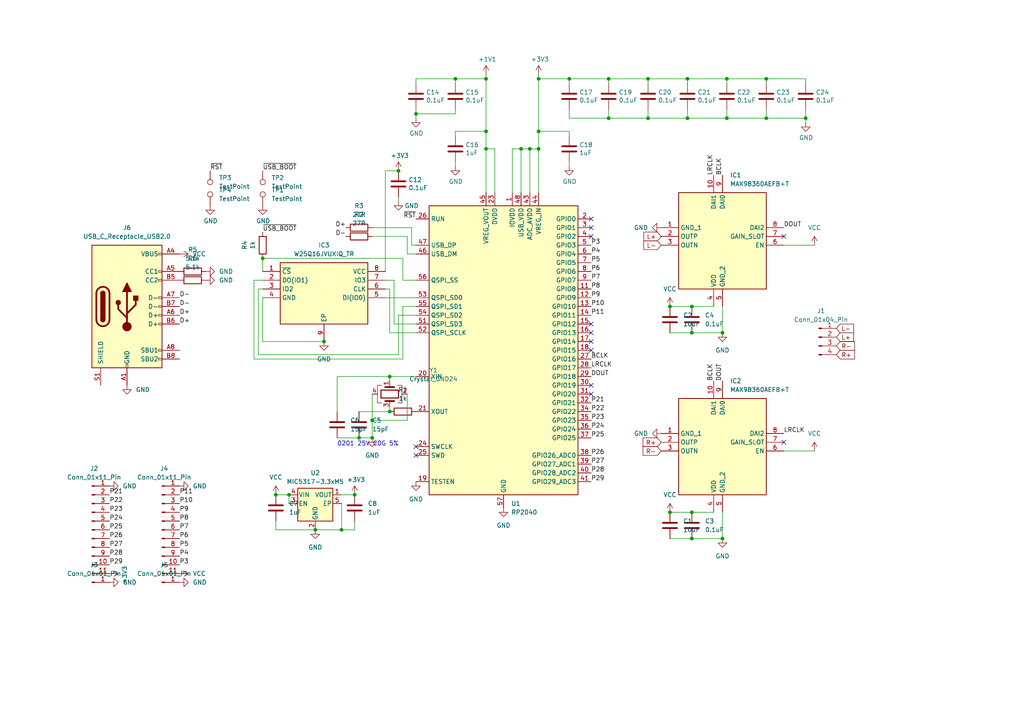
<source format=kicad_sch>
(kicad_sch (version 20231120) (generator "eeschema") (generator_version "8.0")
  (paper "A4")
  (lib_symbols
    (symbol "Connector:Conn_01x01_Pin" (pin_names (offset 1.016) hide)
      (property "Reference" "J" (at 0 2.54 0))
      (property "Value" "Conn_01x01_Pin" (at 0 -2.54 0))
      (symbol "Conn_01x01_Pin_1_1"
        (pin passive line (at 5.08 0 180) (length 3.81) (name "Pin_1") (number "1"))
      )
    )
    (symbol "Connector:Conn_01x04_Pin" (pin_names (offset 1.016) hide)
      (property "Reference" "J" (at 0 5.08 0))
      (property "Value" "Conn_01x04_Pin" (at 0 -7.62 0))
      (symbol "Conn_01x04_Pin_1_1"
        (pin passive line (at 5.08 2.54 180) (length 3.81) (name "Pin_1") (number "1"))
        (pin passive line (at 5.08 0 180) (length 3.81) (name "Pin_2") (number "2"))
        (pin passive line (at 5.08 -2.54 180) (length 3.81) (name "Pin_3") (number "3"))
        (pin passive line (at 5.08 -5.08 180) (length 3.81) (name "Pin_4") (number "4"))
      )
    )
    (symbol "Connector:Conn_01x11_Pin" (pin_names (offset 1.016) hide)
      (property "Reference" "J" (at 0 15.24 0))
      (property "Value" "Conn_01x11_Pin" (at 0 -15.24 0))
      (symbol "Conn_01x11_Pin_1_1"
        (pin passive line (at 5.08 12.7 180) (length 3.81) (name "Pin_1") (number "1"))
        (pin passive line (at 5.08 -10.16 180) (length 3.81) (name "Pin_10") (number "10"))
        (pin passive line (at 5.08 -12.7 180) (length 3.81) (name "Pin_11") (number "11"))
        (pin passive line (at 5.08 10.16 180) (length 3.81) (name "Pin_2") (number "2"))
        (pin passive line (at 5.08 7.62 180) (length 3.81) (name "Pin_3") (number "3"))
        (pin passive line (at 5.08 5.08 180) (length 3.81) (name "Pin_4") (number "4"))
        (pin passive line (at 5.08 2.54 180) (length 3.81) (name "Pin_5") (number "5"))
        (pin passive line (at 5.08 0 180) (length 3.81) (name "Pin_6") (number "6"))
        (pin passive line (at 5.08 -2.54 180) (length 3.81) (name "Pin_7") (number "7"))
        (pin passive line (at 5.08 -5.08 180) (length 3.81) (name "Pin_8") (number "8"))
        (pin passive line (at 5.08 -7.62 180) (length 3.81) (name "Pin_9") (number "9"))
      )
    )
    (symbol "Connector:TestPoint" (pin_numbers hide) (pin_names (offset 0.762) hide)
      (property "Reference" "TP" (at 0 6.858 0))
      (property "Value" "TestPoint" (at 0 5.08 0))
      (symbol "TestPoint_1_1"
        (pin passive line (at 0 0 90) (length 2.54) (name "1") (number "1"))
      )
    )
    (symbol "Connector:USB_C_Receptacle_USB2.0" (pin_names (offset 1.016))
      (property "Reference" "J" (at -10.16 19.05 0))
      (property "Value" "USB_C_Receptacle_USB2.0" (at 19.05 19.05 0))
      (symbol "USB_C_Receptacle_USB2.0_1_1"
        (pin passive line (at 0 -22.86 90) (length 5.08) (name "GND") (number "A1"))
        (pin passive line (at 0 -22.86 90) (length 5.08) hide (name "GND") (number "A12"))
        (pin passive line (at 15.24 15.24 180) (length 5.08) (name "VBUS") (number "A4"))
        (pin bidirectional line (at 15.24 10.16 180) (length 5.08) (name "CC1") (number "A5"))
        (pin bidirectional line (at 15.24 -2.54 180) (length 5.08) (name "D+") (number "A6"))
        (pin bidirectional line (at 15.24 2.54 180) (length 5.08) (name "D-") (number "A7"))
        (pin bidirectional line (at 15.24 -12.7 180) (length 5.08) (name "SBU1") (number "A8"))
        (pin passive line (at 15.24 15.24 180) (length 5.08) hide (name "VBUS") (number "A9"))
        (pin passive line (at 0 -22.86 90) (length 5.08) hide (name "GND") (number "B1"))
        (pin passive line (at 0 -22.86 90) (length 5.08) hide (name "GND") (number "B12"))
        (pin passive line (at 15.24 15.24 180) (length 5.08) hide (name "VBUS") (number "B4"))
        (pin bidirectional line (at 15.24 7.62 180) (length 5.08) (name "CC2") (number "B5"))
        (pin bidirectional line (at 15.24 -5.08 180) (length 5.08) (name "D+") (number "B6"))
        (pin bidirectional line (at 15.24 0 180) (length 5.08) (name "D-") (number "B7"))
        (pin bidirectional line (at 15.24 -15.24 180) (length 5.08) (name "SBU2") (number "B8"))
        (pin passive line (at 15.24 15.24 180) (length 5.08) hide (name "VBUS") (number "B9"))
        (pin passive line (at -7.62 -22.86 90) (length 5.08) (name "SHIELD") (number "S1"))
      )
    )
    (symbol "Device:C" (pin_numbers hide) (pin_names (offset 0.254))
      (property "Reference" "C" (at 0.635 2.54 0))
      (property "Value" "C" (at 0.635 -2.54 0))
      (symbol "C_1_1"
        (pin passive line (at 0 3.81 270) (length 2.794) (name "~") (number "1"))
        (pin passive line (at 0 -3.81 90) (length 2.794) (name "~") (number "2"))
      )
    )
    (symbol "Device:Crystal_GND24" (pin_names (offset 1.016) hide)
      (property "Reference" "Y" (at 3.175 5.08 0))
      (property "Value" "Crystal_GND24" (at 3.175 3.175 0))
      (symbol "Crystal_GND24_1_1"
        (pin passive line (at -3.81 0 0) (length 1.27) (name "1") (number "1"))
        (pin passive line (at 0 5.08 270) (length 1.27) (name "2") (number "2"))
        (pin passive line (at 3.81 0 180) (length 1.27) (name "3") (number "3"))
        (pin passive line (at 0 -5.08 90) (length 1.27) (name "4") (number "4"))
      )
    )
    (symbol "Device:R" (pin_numbers hide) (pin_names (offset 0))
      (property "Reference" "R" (at 2.032 0 90))
      (property "Value" "R" (at 0 0 90))
      (symbol "R_1_1"
        (pin passive line (at 0 3.81 270) (length 1.27) (name "~") (number "1"))
        (pin passive line (at 0 -3.81 90) (length 1.27) (name "~") (number "2"))
      )
    )
    (symbol "MCU_RaspberryPi:RP2040"
      (property "Reference" "U" (at 17.78 45.72 0))
      (property "Value" "RP2040" (at 17.78 43.18 0))
      (symbol "RP2040_1_1"
        (pin power_in line (at 2.54 45.72 270) (length 3.81) (name "IOVDD") (number "1"))
        (pin passive line (at 2.54 45.72 270) (length 3.81) hide (name "IOVDD") (number "10"))
        (pin bidirectional line (at 25.4 17.78 180) (length 3.81) (name "GPIO8") (number "11"))
        (pin bidirectional line (at 25.4 15.24 180) (length 3.81) (name "GPIO9") (number "12"))
        (pin bidirectional line (at 25.4 12.7 180) (length 3.81) (name "GPIO10") (number "13"))
        (pin bidirectional line (at 25.4 10.16 180) (length 3.81) (name "GPIO11") (number "14"))
        (pin bidirectional line (at 25.4 7.62 180) (length 3.81) (name "GPIO12") (number "15"))
        (pin bidirectional line (at 25.4 5.08 180) (length 3.81) (name "GPIO13") (number "16"))
        (pin bidirectional line (at 25.4 2.54 180) (length 3.81) (name "GPIO14") (number "17"))
        (pin bidirectional line (at 25.4 0 180) (length 3.81) (name "GPIO15") (number "18"))
        (pin input line (at -25.4 -38.1 0) (length 3.81) (name "TESTEN") (number "19"))
        (pin bidirectional line (at 25.4 38.1 180) (length 3.81) (name "GPIO0") (number "2"))
        (pin input line (at -25.4 -7.62 0) (length 3.81) (name "XIN") (number "20"))
        (pin passive line (at -25.4 -17.78 0) (length 3.81) (name "XOUT") (number "21"))
        (pin passive line (at 2.54 45.72 270) (length 3.81) hide (name "IOVDD") (number "22"))
        (pin power_in line (at -2.54 45.72 270) (length 3.81) (name "DVDD") (number "23"))
        (pin input line (at -25.4 -27.94 0) (length 3.81) (name "SWCLK") (number "24"))
        (pin bidirectional line (at -25.4 -30.48 0) (length 3.81) (name "SWD") (number "25"))
        (pin input line (at -25.4 38.1 0) (length 3.81) (name "RUN") (number "26"))
        (pin bidirectional line (at 25.4 -2.54 180) (length 3.81) (name "GPIO16") (number "27"))
        (pin bidirectional line (at 25.4 -5.08 180) (length 3.81) (name "GPIO17") (number "28"))
        (pin bidirectional line (at 25.4 -7.62 180) (length 3.81) (name "GPIO18") (number "29"))
        (pin bidirectional line (at 25.4 35.56 180) (length 3.81) (name "GPIO1") (number "3"))
        (pin bidirectional line (at 25.4 -10.16 180) (length 3.81) (name "GPIO19") (number "30"))
        (pin bidirectional line (at 25.4 -12.7 180) (length 3.81) (name "GPIO20") (number "31"))
        (pin bidirectional line (at 25.4 -15.24 180) (length 3.81) (name "GPIO21") (number "32"))
        (pin passive line (at 2.54 45.72 270) (length 3.81) hide (name "IOVDD") (number "33"))
        (pin bidirectional line (at 25.4 -17.78 180) (length 3.81) (name "GPIO22") (number "34"))
        (pin bidirectional line (at 25.4 -20.32 180) (length 3.81) (name "GPIO23") (number "35"))
        (pin bidirectional line (at 25.4 -22.86 180) (length 3.81) (name "GPIO24") (number "36"))
        (pin bidirectional line (at 25.4 -25.4 180) (length 3.81) (name "GPIO25") (number "37"))
        (pin bidirectional line (at 25.4 -30.48 180) (length 3.81) (name "GPIO26_ADC0") (number "38"))
        (pin bidirectional line (at 25.4 -33.02 180) (length 3.81) (name "GPIO27_ADC1") (number "39"))
        (pin bidirectional line (at 25.4 33.02 180) (length 3.81) (name "GPIO2") (number "4"))
        (pin bidirectional line (at 25.4 -35.56 180) (length 3.81) (name "GPIO28_ADC2") (number "40"))
        (pin bidirectional line (at 25.4 -38.1 180) (length 3.81) (name "GPIO29_ADC3") (number "41"))
        (pin passive line (at 2.54 45.72 270) (length 3.81) hide (name "IOVDD") (number "42"))
        (pin power_in line (at 7.62 45.72 270) (length 3.81) (name "ADC_AVDD") (number "43"))
        (pin power_in line (at 10.16 45.72 270) (length 3.81) (name "VREG_IN") (number "44"))
        (pin power_out line (at -5.08 45.72 270) (length 3.81) (name "VREG_VOUT") (number "45"))
        (pin bidirectional line (at -25.4 27.94 0) (length 3.81) (name "USB_DM") (number "46"))
        (pin bidirectional line (at -25.4 30.48 0) (length 3.81) (name "USB_DP") (number "47"))
        (pin power_in line (at 5.08 45.72 270) (length 3.81) (name "USB_VDD") (number "48"))
        (pin passive line (at 2.54 45.72 270) (length 3.81) hide (name "IOVDD") (number "49"))
        (pin bidirectional line (at 25.4 30.48 180) (length 3.81) (name "GPIO3") (number "5"))
        (pin passive line (at -2.54 45.72 270) (length 3.81) hide (name "DVDD") (number "50"))
        (pin bidirectional line (at -25.4 7.62 0) (length 3.81) (name "QSPI_SD3") (number "51"))
        (pin output line (at -25.4 5.08 0) (length 3.81) (name "QSPI_SCLK") (number "52"))
        (pin bidirectional line (at -25.4 15.24 0) (length 3.81) (name "QSPI_SD0") (number "53"))
        (pin bidirectional line (at -25.4 10.16 0) (length 3.81) (name "QSPI_SD2") (number "54"))
        (pin bidirectional line (at -25.4 12.7 0) (length 3.81) (name "QSPI_SD1") (number "55"))
        (pin bidirectional line (at -25.4 20.32 0) (length 3.81) (name "QSPI_SS") (number "56"))
        (pin power_in line (at 0 -45.72 90) (length 3.81) (name "GND") (number "57"))
        (pin bidirectional line (at 25.4 27.94 180) (length 3.81) (name "GPIO4") (number "6"))
        (pin bidirectional line (at 25.4 25.4 180) (length 3.81) (name "GPIO5") (number "7"))
        (pin bidirectional line (at 25.4 22.86 180) (length 3.81) (name "GPIO6") (number "8"))
        (pin bidirectional line (at 25.4 20.32 180) (length 3.81) (name "GPIO7") (number "9"))
      )
    )
    (symbol "Regulator_Linear:MIC5317-3.3xM5" (pin_names (offset 0.254))
      (property "Reference" "U2" (at 0 8.89 0))
      (property "Value" "MIC5317-3.3xM5" (at 0 6.35 0))
      (symbol "MIC5317-3.3xM5_1_1"
        (pin power_out line (at 7.62 2.54 180) (length 2.54) (name "VOUT") (number "1"))
        (pin power_in line (at 0 -7.62 90) (length 2.54) (name "GND") (number "2"))
        (pin input line (at -7.62 0 0) (length 2.54) (name "EN") (number "3"))
        (pin power_in line (at -7.62 2.54 0) (length 2.54) (name "VIN") (number "4"))
        (pin free line (at 7.62 0 180) (length 2.54) (name "EP") (number "5"))
      )
    )
    (symbol "SamacSys_Parts:MAX98360AEFB+T"
      (property "Reference" "IC" (at 31.75 15.24 0))
      (property "Value" "MAX98360AEFB+T" (at 31.75 12.7 0))
      (symbol "MAX98360AEFB+T_1_1"
        (pin passive line (at 0 0 0) (length 5.08) (name "GND_1") (number "1"))
        (pin passive line (at 15.24 15.24 270) (length 5.08) (name "DAI1") (number "10"))
        (pin passive line (at 0 -2.54 0) (length 5.08) (name "OUTP") (number "2"))
        (pin passive line (at 0 -5.08 0) (length 5.08) (name "OUTN") (number "3"))
        (pin passive line (at 15.24 -22.86 90) (length 5.08) (name "VDD") (number "4"))
        (pin passive line (at 17.78 -22.86 90) (length 5.08) (name "GND_2") (number "5"))
        (pin passive line (at 35.56 -5.08 180) (length 5.08) (name "EN") (number "6"))
        (pin passive line (at 35.56 -2.54 180) (length 5.08) (name "GAIN_SLOT") (number "7"))
        (pin passive line (at 35.56 0 180) (length 5.08) (name "DAI2") (number "8"))
        (pin passive line (at 17.78 15.24 270) (length 5.08) (name "DAI0") (number "9"))
      )
    )
    (symbol "SamacSys_Parts:W25Q16JVUXIQ_TR"
      (property "Reference" "IC" (at 31.75 7.62 0))
      (property "Value" "W25Q16JVUXIQ_TR" (at 31.75 5.08 0))
      (symbol "W25Q16JVUXIQ_TR_1_1"
        (pin passive line (at 0 0 0) (length 5.08) (name "~{CS}") (number "1"))
        (pin passive line (at 0 -2.54 0) (length 5.08) (name "DO(IO1)") (number "2"))
        (pin passive line (at 0 -5.08 0) (length 5.08) (name "IO2") (number "3"))
        (pin passive line (at 0 -7.62 0) (length 5.08) (name "GND") (number "4"))
        (pin passive line (at 35.56 -7.62 180) (length 5.08) (name "DI(IO0)") (number "5"))
        (pin passive line (at 35.56 -5.08 180) (length 5.08) (name "CLK") (number "6"))
        (pin passive line (at 35.56 -2.54 180) (length 5.08) (name "IO3") (number "7"))
        (pin passive line (at 35.56 0 180) (length 5.08) (name "VCC") (number "8"))
        (pin passive line (at 17.78 -20.32 90) (length 5.08) (name "EP") (number "9"))
      )
    )
    (symbol "power:+1V1" (power) (pin_names (offset 0))
      (property "Value" "+1V1" (at 0 3.556 0))
      (symbol "+1V1_1_1"
        (pin power_in line (at 0 0 90) (length 0) hide (name "+1V1") (number "1"))
      )
    )
    (symbol "power:+3V3" (power) (pin_names (offset 0))
      (property "Value" "+3V3" (at 0 3.556 0))
      (symbol "+3V3_1_1"
        (pin power_in line (at 0 0 90) (length 0) hide (name "+3V3") (number "1"))
      )
    )
    (symbol "power:GND" (power) (pin_names (offset 0))
      (property "Value" "GND" (at 0 -3.81 0))
      (symbol "GND_1_1"
        (pin power_in line (at 0 0 270) (length 0) hide (name "GND") (number "1"))
      )
    )
    (symbol "power:VCC" (power) (pin_names (offset 0))
      (property "Value" "VCC" (at 0 3.81 0))
      (symbol "VCC_1_1"
        (pin power_in line (at 0 0 90) (length 0) hide (name "VCC") (number "1"))
      )
    )
  )
  (junction (at 93.98 99.06))
  (junction (at 107.95 127))
  (junction (at 151.13 43.18))
  (junction (at 113.03 119.38))
  (junction (at 200.66 148.59))
  (junction (at 165.1 22.86))
  (junction (at 209.55 96.52))
  (junction (at 209.55 156.21))
  (junction (at 199.39 22.86))
  (junction (at 187.96 22.86))
  (junction (at 153.67 43.18))
  (junction (at 200.66 156.21))
  (junction (at 222.25 34.29))
  (junction (at 91.44 153.67))
  (junction (at 210.82 22.86))
  (junction (at 194.31 88.9))
  (junction (at 120.65 33.02))
  (junction (at 115.57 49.53))
  (junction (at 102.87 143.51))
  (junction (at 199.39 34.29))
  (junction (at 104.14 127))
  (junction (at 194.31 148.59))
  (junction (at 107.95 121.92))
  (junction (at 156.21 38.1))
  (junction (at 187.96 34.29))
  (junction (at 83.82 143.51))
  (junction (at 176.53 22.86))
  (junction (at 176.53 34.29))
  (junction (at 132.08 22.86))
  (junction (at 156.21 22.86))
  (junction (at 210.82 34.29))
  (junction (at 222.25 22.86))
  (junction (at 140.97 22.86))
  (junction (at 99.06 153.67))
  (junction (at 200.66 88.9))
  (junction (at 140.97 38.1))
  (junction (at 80.01 143.51))
  (junction (at 233.68 34.29))
  (junction (at 140.97 43.18))
  (junction (at 76.2 74.93))
  (junction (at 156.21 43.18))
  (junction (at 113.03 109.22))
  (junction (at 200.66 96.52))
  (no_connect (at 171.45 66.04))
  (no_connect (at 171.45 111.76))
  (no_connect (at 171.45 63.5))
  (no_connect (at 120.65 129.54))
  (no_connect (at 227.33 128.27))
  (no_connect (at 171.45 99.06))
  (no_connect (at 171.45 114.3))
  (no_connect (at 171.45 96.52))
  (no_connect (at 171.45 101.6))
  (no_connect (at 171.45 93.98))
  (no_connect (at 120.65 132.08))
  (no_connect (at 171.45 68.58))
  (no_connect (at 227.33 68.58))
  (wire (pts (xy 165.1 24.13) (xy 165.1 22.86)))
  (wire (pts (xy 227.33 71.12) (xy 236.22 71.12)))
  (wire (pts (xy 97.79 119.38) (xy 97.79 109.22)))
  (wire (pts (xy 120.65 81.28) (xy 116.84 81.28)))
  (wire (pts (xy 200.66 88.9) (xy 207.01 88.9)))
  (wire (pts (xy 165.1 31.75) (xy 165.1 34.29)))
  (wire (pts (xy 210.82 31.75) (xy 210.82 34.29)))
  (wire (pts (xy 118.11 68.58) (xy 107.95 68.58)))
  (wire (pts (xy 200.66 96.52) (xy 209.55 96.52)))
  (wire (pts (xy 120.65 22.86) (xy 132.08 22.86)))
  (wire (pts (xy 97.79 127) (xy 104.14 127)))
  (wire (pts (xy 200.66 156.21) (xy 209.55 156.21)))
  (wire (pts (xy 76.2 86.36) (xy 76.2 99.06)))
  (wire (pts (xy 199.39 24.13) (xy 199.39 22.86)))
  (wire (pts (xy 119.38 66.04) (xy 119.38 71.12)))
  (wire (pts (xy 120.65 109.22) (xy 113.03 109.22)))
  (wire (pts (xy 104.14 119.38) (xy 113.03 119.38)))
  (wire (pts (xy 104.14 127) (xy 107.95 127)))
  (wire (pts (xy 111.76 49.53) (xy 111.76 78.74)))
  (wire (pts (xy 111.76 49.53) (xy 115.57 49.53)))
  (wire (pts (xy 233.68 31.75) (xy 233.68 34.29)))
  (wire (pts (xy 140.97 43.18) (xy 140.97 55.88)))
  (wire (pts (xy 194.31 88.9) (xy 200.66 88.9)))
  (wire (pts (xy 132.08 33.02) (xy 132.08 31.75)))
  (wire (pts (xy 187.96 24.13) (xy 187.96 22.86)))
  (wire (pts (xy 156.21 38.1) (xy 165.1 38.1)))
  (wire (pts (xy 153.67 55.88) (xy 153.67 43.18)))
  (wire (pts (xy 107.95 127) (xy 107.95 121.92)))
  (wire (pts (xy 120.65 31.75) (xy 120.65 33.02)))
  (wire (pts (xy 222.25 34.29) (xy 233.68 34.29)))
  (wire (pts (xy 156.21 21.59) (xy 156.21 22.86)))
  (wire (pts (xy 116.84 74.93) (xy 76.2 74.93)))
  (wire (pts (xy 187.96 31.75) (xy 187.96 34.29)))
  (wire (pts (xy 151.13 55.88) (xy 151.13 43.18)))
  (wire (pts (xy 113.03 83.82) (xy 111.76 83.82)))
  (wire (pts (xy 115.57 102.87) (xy 115.57 91.44)))
  (wire (pts (xy 120.65 33.02) (xy 120.65 34.29)))
  (wire (pts (xy 74.93 102.87) (xy 115.57 102.87)))
  (wire (pts (xy 132.08 24.13) (xy 132.08 22.86)))
  (wire (pts (xy 151.13 43.18) (xy 153.67 43.18)))
  (wire (pts (xy 115.57 91.44) (xy 120.65 91.44)))
  (wire (pts (xy 113.03 119.38) (xy 113.03 118.11)))
  (wire (pts (xy 120.65 96.52) (xy 113.03 96.52)))
  (wire (pts (xy 113.03 96.52) (xy 113.03 83.82)))
  (wire (pts (xy 116.84 104.14) (xy 73.66 104.14)))
  (wire (pts (xy 120.65 88.9) (xy 116.84 88.9)))
  (wire (pts (xy 80.01 153.67) (xy 91.44 153.67)))
  (wire (pts (xy 176.53 22.86) (xy 187.96 22.86)))
  (wire (pts (xy 176.53 34.29) (xy 165.1 34.29)))
  (wire (pts (xy 132.08 39.37) (xy 132.08 38.1)))
  (wire (pts (xy 118.11 73.66) (xy 118.11 68.58)))
  (wire (pts (xy 165.1 46.99) (xy 165.1 48.26)))
  (wire (pts (xy 111.76 81.28) (xy 114.3 81.28)))
  (wire (pts (xy 91.44 153.67) (xy 99.06 153.67)))
  (wire (pts (xy 143.51 43.18) (xy 140.97 43.18)))
  (wire (pts (xy 132.08 22.86) (xy 140.97 22.86)))
  (wire (pts (xy 140.97 38.1) (xy 140.97 43.18)))
  (wire (pts (xy 156.21 22.86) (xy 156.21 38.1)))
  (wire (pts (xy 165.1 39.37) (xy 165.1 38.1)))
  (wire (pts (xy 74.93 83.82) (xy 74.93 102.87)))
  (wire (pts (xy 143.51 55.88) (xy 143.51 43.18)))
  (wire (pts (xy 148.59 55.88) (xy 148.59 43.18)))
  (wire (pts (xy 99.06 153.67) (xy 102.87 153.67)))
  (wire (pts (xy 114.3 93.98) (xy 120.65 93.98)))
  (wire (pts (xy 222.25 24.13) (xy 222.25 22.86)))
  (wire (pts (xy 83.82 143.51) (xy 83.82 146.05)))
  (wire (pts (xy 140.97 22.86) (xy 140.97 38.1)))
  (wire (pts (xy 120.65 24.13) (xy 120.65 22.86)))
  (wire (pts (xy 194.31 148.59) (xy 200.66 148.59)))
  (wire (pts (xy 80.01 143.51) (xy 83.82 143.51)))
  (wire (pts (xy 115.57 57.15) (xy 115.57 58.42)))
  (wire (pts (xy 119.38 71.12) (xy 120.65 71.12)))
  (wire (pts (xy 120.65 33.02) (xy 132.08 33.02)))
  (wire (pts (xy 140.97 21.59) (xy 140.97 22.86)))
  (wire (pts (xy 132.08 46.99) (xy 132.08 48.26)))
  (wire (pts (xy 153.67 43.18) (xy 156.21 43.18)))
  (wire (pts (xy 99.06 146.05) (xy 99.06 153.67)))
  (wire (pts (xy 80.01 151.13) (xy 80.01 153.67)))
  (wire (pts (xy 187.96 34.29) (xy 176.53 34.29)))
  (wire (pts (xy 156.21 38.1) (xy 156.21 43.18)))
  (wire (pts (xy 222.25 34.29) (xy 210.82 34.29)))
  (wire (pts (xy 73.66 104.14) (xy 73.66 81.28)))
  (wire (pts (xy 210.82 34.29) (xy 199.39 34.29)))
  (wire (pts (xy 199.39 31.75) (xy 199.39 34.29)))
  (wire (pts (xy 148.59 43.18) (xy 151.13 43.18)))
  (wire (pts (xy 210.82 22.86) (xy 222.25 22.86)))
  (wire (pts (xy 194.31 156.21) (xy 200.66 156.21)))
  (wire (pts (xy 200.66 148.59) (xy 207.01 148.59)))
  (wire (pts (xy 199.39 34.29) (xy 187.96 34.29)))
  (wire (pts (xy 99.06 143.51) (xy 102.87 143.51)))
  (wire (pts (xy 114.3 81.28) (xy 114.3 93.98)))
  (wire (pts (xy 107.95 114.3) (xy 107.95 121.92)))
  (wire (pts (xy 107.95 66.04) (xy 119.38 66.04)))
  (wire (pts (xy 165.1 22.86) (xy 176.53 22.86)))
  (wire (pts (xy 176.53 24.13) (xy 176.53 22.86)))
  (wire (pts (xy 116.84 81.28) (xy 116.84 74.93)))
  (wire (pts (xy 76.2 74.93) (xy 76.2 78.74)))
  (wire (pts (xy 156.21 43.18) (xy 156.21 55.88)))
  (wire (pts (xy 111.76 86.36) (xy 120.65 86.36)))
  (wire (pts (xy 187.96 22.86) (xy 199.39 22.86)))
  (wire (pts (xy 222.25 22.86) (xy 233.68 22.86)))
  (wire (pts (xy 107.95 121.92) (xy 118.11 121.92)))
  (wire (pts (xy 120.65 73.66) (xy 118.11 73.66)))
  (wire (pts (xy 233.68 34.29) (xy 233.68 35.56)))
  (wire (pts (xy 233.68 24.13) (xy 233.68 22.86)))
  (wire (pts (xy 194.31 96.52) (xy 200.66 96.52)))
  (wire (pts (xy 132.08 38.1) (xy 140.97 38.1)))
  (wire (pts (xy 116.84 88.9) (xy 116.84 104.14)))
  (wire (pts (xy 222.25 31.75) (xy 222.25 34.29)))
  (wire (pts (xy 199.39 22.86) (xy 210.82 22.86)))
  (wire (pts (xy 209.55 156.21) (xy 209.55 148.59)))
  (wire (pts (xy 210.82 24.13) (xy 210.82 22.86)))
  (wire (pts (xy 97.79 109.22) (xy 113.03 109.22)))
  (wire (pts (xy 76.2 83.82) (xy 74.93 83.82)))
  (wire (pts (xy 113.03 109.22) (xy 113.03 110.49)))
  (wire (pts (xy 93.98 99.06) (xy 76.2 99.06)))
  (wire (pts (xy 102.87 153.67) (xy 102.87 151.13)))
  (wire (pts (xy 118.11 114.3) (xy 118.11 121.92)))
  (wire (pts (xy 227.33 130.81) (xy 236.22 130.81)))
  (wire (pts (xy 156.21 22.86) (xy 165.1 22.86)))
  (wire (pts (xy 176.53 31.75) (xy 176.53 34.29)))
  (wire (pts (xy 73.66 81.28) (xy 76.2 81.28)))
  (wire (pts (xy 209.55 96.52) (xy 209.55 88.9)))
  (text "0201 25V C0G 5%" (at 97.79 129.54 0) (effects (font (size 1.27 1.27)) (justify left bottom)))
  (label "BCLK" (at 171.45 104.14 0))
  (label "P21" (at 171.45 116.84 0))
  (label "P3" (at 171.45 71.12 0))
  (label "P29" (at 31.75 163.83 0))
  (label "P10" (at 52.07 146.05 0))
  (label "D+" (at 52.07 93.98 0))
  (label "~{RST}" (at 120.65 63.5 180))
  (label "P5" (at 52.07 158.75 0))
  (label "P4" (at 52.07 161.29 0))
  (label "P4" (at 171.45 73.66 0))
  (label "P22" (at 171.45 119.38 0))
  (label "P29" (at 171.45 139.7 0))
  (label "DOUT" (at 227.33 66.04 0))
  (label "P27" (at 171.45 134.62 0))
  (label "P9" (at 171.45 86.36 0))
  (label "P27" (at 31.75 158.75 0))
  (label "P6" (at 171.45 78.74 0))
  (label "P24" (at 31.75 151.13 0))
  (label "P28" (at 31.75 161.29 0))
  (label "~{USB_BOOT}" (at 76.2 49.53 0))
  (label "~{USB_BOOT}" (at 76.2 67.31 0))
  (label "D+" (at 100.33 66.04 180))
  (label "DOUT" (at 171.45 109.22 0))
  (label "P26" (at 171.45 132.08 0))
  (label "P25" (at 171.45 127 0))
  (label "P21" (at 31.75 143.51 0))
  (label "P28" (at 171.45 137.16 0))
  (label "P24" (at 171.45 124.46 0))
  (label "LRCLK" (at 207.01 50.8 90))
  (label "LRCLK" (at 227.33 125.73 0))
  (label "~{RST}" (at 60.96 49.53 0))
  (label "P8" (at 171.45 83.82 0))
  (label "P10" (at 171.45 88.9 0))
  (label "D+" (at 52.07 91.44 0))
  (label "P8" (at 52.07 151.13 0))
  (label "D-" (at 52.07 86.36 0))
  (label "P25" (at 31.75 153.67 0))
  (label "BCLK" (at 207.01 110.49 90))
  (label "P6" (at 52.07 156.21 0))
  (label "LRCLK" (at 171.45 106.68 0))
  (label "P3" (at 52.07 163.83 0))
  (label "P9" (at 52.07 148.59 0))
  (label "P5" (at 171.45 76.2 0))
  (label "P23" (at 31.75 148.59 0))
  (label "P7" (at 171.45 81.28 0))
  (label "BCLK" (at 209.55 50.8 90))
  (label "D-" (at 52.07 88.9 0))
  (label "D-" (at 100.33 68.58 180))
  (label "P7" (at 52.07 153.67 0))
  (label "P22" (at 31.75 146.05 0))
  (label "DOUT" (at 209.55 110.49 90))
  (label "P23" (at 171.45 121.92 0))
  (label "P11" (at 52.07 143.51 0))
  (label "P26" (at 31.75 156.21 0))
  (label "P11" (at 171.45 91.44 0))
  (global_label "R+" (shape input) (at 191.77 128.27 180) (property "Intersheetrefs" "${INTERSHEET_REFS}" (effects (hide yes))))
  (global_label "L-" (shape input) (at 191.77 71.12 180) (property "Intersheetrefs" "${INTERSHEET_REFS}" (effects (hide yes))))
  (global_label "R+" (shape input) (at 242.57 102.87 0) (property "Intersheetrefs" "${INTERSHEET_REFS}" (effects (hide yes))))
  (global_label "R-" (shape input) (at 242.57 100.33 0) (property "Intersheetrefs" "${INTERSHEET_REFS}" (effects (hide yes))))
  (global_label "R-" (shape input) (at 191.77 130.81 180) (property "Intersheetrefs" "${INTERSHEET_REFS}" (effects (hide yes))))
  (global_label "L-" (shape input) (at 242.57 95.25 0) (property "Intersheetrefs" "${INTERSHEET_REFS}" (effects (hide yes))))
  (global_label "L+" (shape input) (at 191.77 68.58 180) (property "Intersheetrefs" "${INTERSHEET_REFS}" (effects (hide yes))))
  (global_label "L+" (shape input) (at 242.57 97.79 0) (property "Intersheetrefs" "${INTERSHEET_REFS}" (effects (hide yes))))
  (symbol (lib_id "Device:C") (at 233.68 27.94 0) (unit 1)
    (property "Reference" "C24" (at 236.601 26.7716 0) (effects (justify left)))
    (property "Value" "0.1uF" (at 236.601 29.083 0) (effects (justify left)))
    (property "Footprint" "Capacitor_SMD:C_0201_0603Metric" (effects (hide yes)))
    (property "Manufacturer_Name" "Murata" (effects (hide yes)))
    (property "Manufacturer_Part_Number" "GRM033C80J104KE15D" (effects (hide yes)))
    (property "Mouser Part Number" "81-GRM33C80J104KE15D" (effects (hide yes)))
  )
  (symbol (lib_id "power:GND") (at 31.75 140.97 90) (unit 1)
    (property "Reference" "#PWR021" (effects (hide yes)))
    (property "Value" "GND" (at 35.56 140.97 90) (effects (justify right)))
  )
  (symbol (lib_id "Connector:Conn_01x11_Pin") (at 26.67 153.67 0) (unit 1)
    (property "Reference" "J2" (at 27.305 135.89 0))
    (property "Value" "Conn_01x11_Pin" (at 27.305 138.43 0))
    (property "Footprint" "Connector_PinHeader_2.00mm:PinHeader_1x11_P2.00mm_Vertical" (effects (hide yes)))
  )
  (symbol (lib_id "Device:C") (at 187.96 27.94 0) (unit 1)
    (property "Reference" "C20" (at 190.881 26.7716 0) (effects (justify left)))
    (property "Value" "0.1uF" (at 190.881 29.083 0) (effects (justify left)))
    (property "Footprint" "Capacitor_SMD:C_0201_0603Metric" (effects (hide yes)))
    (property "Manufacturer_Name" "Murata" (effects (hide yes)))
    (property "Manufacturer_Part_Number" "GRM033C80J104KE15D" (effects (hide yes)))
    (property "Mouser Part Number" "81-GRM33C80J104KE15D" (effects (hide yes)))
  )
  (symbol (lib_id "Device:Crystal_GND24") (at 113.03 114.3 270) (unit 1)
    (property "Reference" "Y1" (at 125.73 107.3719 90))
    (property "Value" "Crystal_GND24" (at 125.73 109.9119 90))
    (property "Footprint" "Crystal:Crystal_SMD_3225-4Pin_3.2x2.5mm" (effects (hide yes)))
    (property "Manufacturer_Name" "ECS" (effects (hide yes)))
    (property "Manufacturer_Part_Number" "ECS-120-10-33-AGM-TR" (effects (hide yes)))
    (property "Mouser Part Number" "520-120-10-33-AGMT" (effects (hide yes)))
  )
  (symbol (lib_id "power:GND") (at 233.68 35.56 0) (unit 1)
    (property "Reference" "#PWR035" (effects (hide yes)))
    (property "Value" "GND" (at 233.807 39.9542 0))
  )
  (symbol (lib_id "power:GND") (at 115.57 58.42 0) (unit 1)
    (property "Reference" "#PWR025" (effects (hide yes)))
    (property "Value" "GND" (at 119.38 59.69 0))
  )
  (symbol (lib_id "Device:C") (at 132.08 27.94 0) (unit 1)
    (property "Reference" "C15" (at 135.001 26.7716 0) (effects (justify left)))
    (property "Value" "0.1uF" (at 135.001 29.083 0) (effects (justify left)))
    (property "Footprint" "Capacitor_SMD:C_0201_0603Metric" (effects (hide yes)))
    (property "Manufacturer_Name" "Murata" (effects (hide yes)))
    (property "Manufacturer_Part_Number" "GRM033C80J104KE15D" (effects (hide yes)))
    (property "Mouser Part Number" "81-GRM33C80J104KE15D" (effects (hide yes)))
  )
  (symbol (lib_id "power:VCC") (at 52.07 73.66 270) (unit 1)
    (property "Reference" "#PWR020" (effects (hide yes)))
    (property "Value" "VCC" (at 55.88 73.66 90) (effects (justify left)))
  )
  (symbol (lib_id "Device:C") (at 210.82 27.94 0) (unit 1)
    (property "Reference" "C22" (at 213.741 26.7716 0) (effects (justify left)))
    (property "Value" "0.1uF" (at 213.741 29.083 0) (effects (justify left)))
    (property "Footprint" "Capacitor_SMD:C_0201_0603Metric" (effects (hide yes)))
    (property "Manufacturer_Name" "Murata" (effects (hide yes)))
    (property "Manufacturer_Part_Number" "GRM033C80J104KE15D" (effects (hide yes)))
    (property "Mouser Part Number" "81-GRM33C80J104KE15D" (effects (hide yes)))
  )
  (symbol (lib_id "power:GND") (at 120.65 139.7 0) (unit 1)
    (property "Reference" "#PWR017" (effects (hide yes)))
    (property "Value" "GND" (at 120.65 144.78 0))
  )
  (symbol (lib_id "power:VCC") (at 52.07 166.37 270) (unit 1)
    (property "Reference" "#PWR026" (effects (hide yes)))
    (property "Value" "VCC" (at 55.88 166.37 90) (effects (justify left)))
  )
  (symbol (lib_id "power:GND") (at 60.96 59.69 0) (unit 1)
    (property "Reference" "#PWR031" (effects (hide yes)))
    (property "Value" "GND" (at 61.087 64.0842 0))
  )
  (symbol (lib_id "Device:R") (at 55.88 81.28 90) (unit 1)
    (property "Reference" "R6" (at 55.88 74.93 90))
    (property "Value" "5.1k" (at 55.88 77.47 90))
    (property "Footprint" "Resistor_SMD:R_0201_0603Metric" (effects (hide yes)))
    (property "Manufacturer_Name" "YAGEO" (effects (hide yes)))
    (property "Manufacturer_Part_Number" "RC0201JR-075K1L" (effects (hide yes)))
    (property "Mouser Part Number" "603-RC0201JR-075K1L" (effects (hide yes)))
  )
  (symbol (lib_id "SamacSys_Parts:MAX98360AEFB+T") (at 191.77 66.04 0) (unit 1)
    (property "Reference" "IC1" (at 211.7441 50.8 0) (effects (justify left)))
    (property "Value" "MAX98360AEFB+T" (at 211.7441 53.34 0) (effects (justify left)))
    (property "Footprint" "SamacSys_Parts:MAX98360AEFB" (effects (hide yes)))
    (property "Datasheet" "https://www.mouser.jp/datasheet/2/256/MAX98360A-MAX98360D-1839867.pdf" (effects (hide yes)))
    (property "Mouser Part Number" "700-MAX98360AEFB+T" (effects (hide yes)))
    (property "Manufacturer_Name" "Analog Devices Inc." (effects (hide yes)))
    (property "Manufacturer_Part_Number" "MAX98360AEFB+T" (effects (hide yes)))
  )
  (symbol (lib_id "power:GND") (at 93.98 99.06 0) (unit 1)
    (property "Reference" "#PWR013" (effects (hide yes)))
    (property "Value" "GND" (at 93.98 104.14 0))
  )
  (symbol (lib_id "Device:R") (at 55.88 78.74 90) (unit 1)
    (property "Reference" "R5" (at 55.88 72.39 90))
    (property "Value" "5.1k" (at 55.88 74.93 90))
    (property "Footprint" "Resistor_SMD:R_0201_0603Metric" (effects (hide yes)))
    (property "Manufacturer_Name" "YAGEO" (effects (hide yes)))
    (property "Manufacturer_Part_Number" "RC0201JR-075K1L" (effects (hide yes)))
    (property "Mouser Part Number" "603-RC0201JR-075K1L" (effects (hide yes)))
  )
  (symbol (lib_id "Connector:TestPoint") (at 60.96 49.53 180) (unit 1)
    (property "Reference" "TP3" (at 63.5 51.562 0) (effects (justify right)))
    (property "Value" "TestPoint" (at 63.5 54.102 0) (effects (justify right)))
    (property "Footprint" "TestPoint:TestPoint_Pad_1.0x1.0mm" (effects (hide yes)))
  )
  (symbol (lib_id "Device:R") (at 116.84 119.38 90) (unit 1)
    (property "Reference" "R1" (at 116.84 113.03 90))
    (property "Value" "1k" (at 116.84 115.57 90))
    (property "Footprint" "Resistor_SMD:R_0402_1005Metric" (effects (hide yes)))
    (property "Manufacturer_Name" "Vishay" (effects (hide yes)))
    (property "Manufacturer_Part_Number" "CRCW04021K00FKED" (effects (hide yes)))
    (property "Mouser Part Number" "71-CRCW0402-1.0K-E3" (effects (hide yes)))
  )
  (symbol (lib_id "SamacSys_Parts:MAX98360AEFB+T") (at 191.77 125.73 0) (unit 1)
    (property "Reference" "IC2" (at 211.7441 110.49 0) (effects (justify left)))
    (property "Value" "MAX98360AEFB+T" (at 211.7441 113.03 0) (effects (justify left)))
    (property "Footprint" "SamacSys_Parts:MAX98360AEFB" (effects (hide yes)))
    (property "Datasheet" "https://www.mouser.jp/datasheet/2/256/MAX98360A-MAX98360D-1839867.pdf" (effects (hide yes)))
    (property "Mouser Part Number" "700-MAX98360AEFB+T" (effects (hide yes)))
    (property "Manufacturer_Name" "Analog Devices Inc." (effects (hide yes)))
    (property "Manufacturer_Part_Number" "MAX98360AEFB+T" (effects (hide yes)))
  )
  (symbol (lib_id "Device:C") (at 165.1 43.18 0) (unit 1)
    (property "Reference" "C18" (at 168.021 42.0116 0) (effects (justify left)))
    (property "Value" "1uF" (at 168.021 44.323 0) (effects (justify left)))
    (property "Footprint" "Capacitor_SMD:C_0402_1005Metric" (effects (hide yes)))
    (property "Manufacturer_Name" "Murata" (effects (hide yes)))
    (property "Manufacturer_Part_Number" "GRM155C81A105KA12J" (effects (hide yes)))
    (property "Mouser Part Number" "81-GRM155C81A105KA2J" (effects (hide yes)))
  )
  (symbol (lib_id "Device:C") (at 80.01 147.32 0) (unit 1)
    (property "Reference" "C7" (at 83.82 146.05 0) (effects (justify left)))
    (property "Value" "1uF" (at 83.82 148.59 0) (effects (justify left)))
    (property "Footprint" "Capacitor_SMD:C_0402_1005Metric" (effects (hide yes)))
    (property "Manufacturer_Name" "Murata" (effects (hide yes)))
    (property "Manufacturer_Part_Number" "GRM155C81A105KA12J" (effects (hide yes)))
    (property "Mouser Part Number" "81-GRM155C81A105KA2J" (effects (hide yes)))
  )
  (symbol (lib_id "power:GND") (at 76.2 59.69 0) (unit 1)
    (property "Reference" "#PWR018" (effects (hide yes)))
    (property "Value" "GND" (at 76.327 64.0842 0))
  )
  (symbol (lib_id "Device:R") (at 104.14 66.04 90) (unit 1)
    (property "Reference" "R3" (at 104.14 59.69 90))
    (property "Value" "27R" (at 104.14 62.23 90))
    (property "Footprint" "Resistor_SMD:R_0201_0603Metric" (effects (hide yes)))
    (property "Manufacturer_Name" "YAGEO" (effects (hide yes)))
    (property "Manufacturer_Part_Number" "RC0201FR-0727RL" (effects (hide yes)))
    (property "Mouser Part Number" "603-RC0201FR-0727RL" (effects (hide yes)))
  )
  (symbol (lib_id "power:VCC") (at 80.01 143.51 0) (unit 1)
    (property "Reference" "#PWR019" (effects (hide yes)))
    (property "Value" "VCC" (at 80.01 138.43 0))
  )
  (symbol (lib_id "power:GND") (at 120.65 34.29 0) (unit 1)
    (property "Reference" "#PWR028" (effects (hide yes)))
    (property "Value" "GND" (at 120.777 38.6842 0))
  )
  (symbol (lib_id "power:GND") (at 165.1 48.26 0) (unit 1)
    (property "Reference" "#PWR034" (effects (hide yes)))
    (property "Value" "GND" (at 165.227 52.6542 0))
  )
  (symbol (lib_id "power:GND") (at 91.44 153.67 0) (unit 1)
    (property "Reference" "#PWR015" (effects (hide yes)))
    (property "Value" "GND" (at 91.44 158.75 0))
  )
  (symbol (lib_id "Connector:Conn_01x01_Pin") (at 46.99 168.91 0) (unit 1)
    (property "Reference" "J5" (at 47.625 163.83 0))
    (property "Value" "Conn_01x01_Pin" (at 47.625 166.37 0))
    (property "Footprint" "Connector_PinHeader_2.00mm:PinHeader_1x01_P2.00mm_Vertical" (effects (hide yes)))
  )
  (symbol (lib_id "power:GND") (at 132.08 48.26 0) (unit 1)
    (property "Reference" "#PWR029" (effects (hide yes)))
    (property "Value" "GND" (at 132.207 52.6542 0))
  )
  (symbol (lib_id "Connector:TestPoint") (at 76.2 49.53 180) (unit 1)
    (property "Reference" "TP2" (at 78.74 51.562 0) (effects (justify right)))
    (property "Value" "TestPoint" (at 78.74 54.102 0) (effects (justify right)))
    (property "Footprint" "TestPoint:TestPoint_Pad_1.0x1.0mm" (effects (hide yes)))
  )
  (symbol (lib_id "Device:C") (at 194.31 92.71 0) (unit 1)
    (property "Reference" "C2" (at 198.12 91.44 0) (effects (justify left)))
    (property "Value" "10uF" (at 198.12 93.98 0) (effects (justify left)))
    (property "Footprint" "Capacitor_SMD:C_0603_1608Metric" (effects (hide yes)))
    (property "Manufacturer_Name" "Murata" (effects (hide yes)))
    (property "Manufacturer_Part_Number" "GRM188C81A106MA73D" (effects (hide yes)))
    (property "Mouser Part Number" "81-GRM188C81A106MA3D" (effects (hide yes)))
  )
  (symbol (lib_id "SamacSys_Parts:W25Q16JVUXIQ_TR") (at 76.2 78.74 0) (unit 1)
    (property "Reference" "IC3" (at 93.98 71.12 0))
    (property "Value" "W25Q16JVUXIQ_TR" (at 93.98 73.66 0))
    (property "Footprint" "SamacSys_Parts:SON50P300X200X60-9N" (effects (hide yes)))
    (property "Datasheet" "https://componentsearchengine.com/Datasheets/1/W25Q16JVUXIQ TR.pdf" (effects (hide yes)))
    (property "Mouser Part Number" "454-W25Q16JVUXIQTR" (effects (hide yes)))
    (property "Manufacturer_Name" "Winbond" (effects (hide yes)))
    (property "Manufacturer_Part_Number" "W25Q16JVUXIQ TR" (effects (hide yes)))
  )
  (symbol (lib_id "power:+3V3") (at 31.75 166.37 270) (unit 1)
    (property "Reference" "#PWR027" (effects (hide yes)))
    (property "Value" "+3V3" (at 36.1442 166.751 0))
  )
  (symbol (lib_id "power:GND") (at 191.77 125.73 270) (unit 1)
    (property "Reference" "#PWR02" (effects (hide yes)))
    (property "Value" "GND" (at 187.96 125.73 90) (effects (justify right)))
  )
  (symbol (lib_id "Device:C") (at 97.79 123.19 0) (unit 1)
    (property "Reference" "C6" (at 101.6 121.92 0) (effects (justify left)))
    (property "Value" "15pF" (at 101.6 124.46 0) (effects (justify left)))
    (property "Footprint" "Capacitor_SMD:C_0201_0603Metric" (effects (hide yes)))
    (property "Manufacturer_Name" "Murata" (effects (hide yes)))
    (property "Manufacturer_Part_Number" "GRM0335C1E150JA01D" (effects (hide yes)))
    (property "Mouser Part Number" "81-GRM0335C1E150JA1D" (effects (hide yes)))
  )
  (symbol (lib_id "Device:C") (at 176.53 27.94 0) (unit 1)
    (property "Reference" "C19" (at 179.451 26.7716 0) (effects (justify left)))
    (property "Value" "0.1uF" (at 179.451 29.083 0) (effects (justify left)))
    (property "Footprint" "Capacitor_SMD:C_0201_0603Metric" (effects (hide yes)))
    (property "Manufacturer_Name" "Murata" (effects (hide yes)))
    (property "Manufacturer_Part_Number" "GRM033C80J104KE15D" (effects (hide yes)))
    (property "Mouser Part Number" "81-GRM33C80J104KE15D" (effects (hide yes)))
  )
  (symbol (lib_id "power:GND") (at 209.55 156.21 0) (unit 1)
    (property "Reference" "#PWR01" (effects (hide yes)))
    (property "Value" "GND" (at 209.55 161.29 0))
  )
  (symbol (lib_id "Device:C") (at 200.66 92.71 0) (unit 1)
    (property "Reference" "C4" (at 204.47 91.44 0) (effects (justify left)))
    (property "Value" "0.1uF" (at 204.47 93.98 0) (effects (justify left)))
    (property "Footprint" "Capacitor_SMD:C_0402_1005Metric" (effects (hide yes)))
    (property "Manufacturer_Name" "Murata" (effects (hide yes)))
    (property "Manufacturer_Part_Number" "GRM155R61A104KA01J" (effects (hide yes)))
    (property "Mouser Part Number" "81-GRM15R61A104KA01J" (effects (hide yes)))
  )
  (symbol (lib_id "Device:C") (at 194.31 152.4 0) (unit 1)
    (property "Reference" "C1" (at 198.12 151.13 0) (effects (justify left)))
    (property "Value" "10uF" (at 198.12 153.67 0) (effects (justify left)))
    (property "Footprint" "Capacitor_SMD:C_0603_1608Metric" (effects (hide yes)))
    (property "Manufacturer_Name" "Murata" (effects (hide yes)))
    (property "Manufacturer_Part_Number" "GRM188C81A106MA73D" (effects (hide yes)))
    (property "Mouser Part Number" "81-GRM188C81A106MA3D" (effects (hide yes)))
  )
  (symbol (lib_id "Device:C") (at 222.25 27.94 0) (unit 1)
    (property "Reference" "C23" (at 225.171 26.7716 0) (effects (justify left)))
    (property "Value" "0.1uF" (at 225.171 29.083 0) (effects (justify left)))
    (property "Footprint" "Capacitor_SMD:C_0201_0603Metric" (effects (hide yes)))
    (property "Manufacturer_Name" "Murata" (effects (hide yes)))
    (property "Manufacturer_Part_Number" "GRM033C80J104KE15D" (effects (hide yes)))
    (property "Mouser Part Number" "81-GRM33C80J104KE15D" (effects (hide yes)))
  )
  (symbol (lib_id "Device:C") (at 102.87 147.32 0) (unit 1)
    (property "Reference" "C8" (at 106.68 146.05 0) (effects (justify left)))
    (property "Value" "1uF" (at 106.68 148.59 0) (effects (justify left)))
    (property "Footprint" "Capacitor_SMD:C_0402_1005Metric" (effects (hide yes)))
    (property "Manufacturer_Name" "Murata" (effects (hide yes)))
    (property "Manufacturer_Part_Number" "GRM155C81A105KA12J" (effects (hide yes)))
    (property "Mouser Part Number" "81-GRM155C81A105KA2J" (effects (hide yes)))
  )
  (symbol (lib_id "power:GND") (at 191.77 66.04 270) (unit 1)
    (property "Reference" "#PWR03" (effects (hide yes)))
    (property "Value" "GND" (at 187.96 66.04 90) (effects (justify right)))
  )
  (symbol (lib_id "power:VCC") (at 236.22 71.12 0) (unit 1)
    (property "Reference" "#PWR010" (effects (hide yes)))
    (property "Value" "VCC" (at 236.22 66.04 0))
  )
  (symbol (lib_id "power:GND") (at 59.69 78.74 90) (unit 1)
    (property "Reference" "#PWR05" (effects (hide yes)))
    (property "Value" "GND" (at 63.5 78.74 90) (effects (justify right)))
  )
  (symbol (lib_id "Regulator_Linear:MIC5317-3.3xM5") (at 91.44 146.05 0) (unit 1)
    (property "Reference" "U2" (at 91.44 137.16 0))
    (property "Value" "MIC5317-3.3xM5" (at 91.44 139.7 0))
    (property "Footprint" "Package_DFN_QFN:UDFN-4-1EP_1x1mm_P0.65mm_EP0.48x0.48mm" (effects (hide yes)))
    (property "Datasheet" "https://ww1.microchip.com/downloads/aemDocuments/documents/OTH/ProductDocuments/DataSheets/MIC5317-High-Performance-Single-150mA-LDO-DS20006195B.pdf" (effects (hide yes)))
    (property "Manufacturer_Name" "Microchip" (effects (hide yes)))
    (property "Manufacturer_Part_Number" "MIC5317-3.3YMT-TR" (effects (hide yes)))
    (property "Mouser Part Number" "494-MIC531733YMTTR" (effects (hide yes)))
  )
  (symbol (lib_id "MCU_RaspberryPi:RP2040") (at 146.05 101.6 0) (unit 1)
    (property "Reference" "U1" (at 148.2441 146.05 0) (effects (justify left)))
    (property "Value" "RP2040" (at 148.2441 148.59 0) (effects (justify left)))
    (property "Footprint" "Package_DFN_QFN:QFN-56-1EP_7x7mm_P0.4mm_EP3.2x3.2mm" (effects (hide yes)))
    (property "Datasheet" "https://datasheets.raspberrypi.com/rp2040/rp2040-datasheet.pdf" (effects (hide yes)))
    (property "Manufacturer_Name" "Raspberry Pi" (effects (hide yes)))
    (property "Manufacturer_Part_Number" "SC0914(7)" (effects (hide yes)))
    (property "Mouser Part Number" "358-SC09147" (effects (hide yes)))
  )
  (symbol (lib_id "power:+3V3") (at 115.57 49.53 0) (unit 1)
    (property "Reference" "#PWR023" (effects (hide yes)))
    (property "Value" "+3V3" (at 115.951 45.1358 0))
  )
  (symbol (lib_id "power:GND") (at 209.55 96.52 0) (unit 1)
    (property "Reference" "#PWR04" (effects (hide yes)))
    (property "Value" "GND" (at 209.55 101.6 0))
  )
  (symbol (lib_id "power:+3V3") (at 102.87 143.51 0) (unit 1)
    (property "Reference" "#PWR016" (effects (hide yes)))
    (property "Value" "+3V3" (at 103.251 139.1158 0))
  )
  (symbol (lib_id "Connector:TestPoint") (at 76.2 59.69 0) (unit 1)
    (property "Reference" "TP1" (at 78.74 55.118 0) (effects (justify left)))
    (property "Value" "TestPoint" (at 78.74 57.658 0) (effects (justify left)))
    (property "Footprint" "TestPoint:TestPoint_Pad_1.0x1.0mm" (effects (hide yes)))
  )
  (symbol (lib_id "Device:C") (at 132.08 43.18 0) (unit 1)
    (property "Reference" "C16" (at 135.001 42.0116 0) (effects (justify left)))
    (property "Value" "1uF" (at 135.001 44.323 0) (effects (justify left)))
    (property "Footprint" "Capacitor_SMD:C_0402_1005Metric" (effects (hide yes)))
    (property "Manufacturer_Name" "Murata" (effects (hide yes)))
    (property "Manufacturer_Part_Number" "GRM155C81A105KA12J" (effects (hide yes)))
    (property "Mouser Part Number" "81-GRM155C81A105KA2J" (effects (hide yes)))
  )
  (symbol (lib_id "power:GND") (at 52.07 168.91 90) (unit 1)
    (property "Reference" "#PWR06" (effects (hide yes)))
    (property "Value" "GND" (at 55.88 168.91 90) (effects (justify right)))
  )
  (symbol (lib_id "Connector:TestPoint") (at 60.96 59.69 0) (unit 1)
    (property "Reference" "TP4" (at 63.5 55.118 0) (effects (justify left)))
    (property "Value" "TestPoint" (at 63.5 57.658 0) (effects (justify left)))
    (property "Footprint" "TestPoint:TestPoint_Pad_1.0x1.0mm" (effects (hide yes)))
  )
  (symbol (lib_id "Device:C") (at 104.14 123.19 0) (unit 1)
    (property "Reference" "C5" (at 107.95 121.92 0) (effects (justify left)))
    (property "Value" "15pF" (at 107.95 124.46 0) (effects (justify left)))
    (property "Footprint" "Capacitor_SMD:C_0201_0603Metric" (effects (hide yes)))
    (property "Manufacturer_Name" "Murata" (effects (hide yes)))
    (property "Manufacturer_Part_Number" "GRM0335C1E150JA01D" (effects (hide yes)))
    (property "Mouser Part Number" "81-GRM0335C1E150JA1D" (effects (hide yes)))
  )
  (symbol (lib_id "power:VCC") (at 236.22 130.81 0) (unit 1)
    (property "Reference" "#PWR09" (effects (hide yes)))
    (property "Value" "VCC" (at 236.22 125.73 0))
  )
  (symbol (lib_id "Device:C") (at 115.57 53.34 0) (unit 1)
    (property "Reference" "C12" (at 118.491 52.1716 0) (effects (justify left)))
    (property "Value" "0.1uF" (at 118.491 54.483 0) (effects (justify left)))
    (property "Footprint" "Capacitor_SMD:C_0201_0603Metric" (effects (hide yes)))
    (property "Manufacturer_Name" "Murata" (effects (hide yes)))
    (property "Manufacturer_Part_Number" "GRM033C80J104KE15D" (effects (hide yes)))
    (property "Mouser Part Number" "81-GRM33C80J104KE15D" (effects (hide yes)))
  )
  (symbol (lib_id "Connector:Conn_01x01_Pin") (at 26.67 168.91 0) (unit 1)
    (property "Reference" "J3" (at 27.305 163.83 0))
    (property "Value" "Conn_01x01_Pin" (at 27.305 166.37 0))
    (property "Footprint" "Connector_PinHeader_2.00mm:PinHeader_1x01_P2.00mm_Vertical" (effects (hide yes)))
  )
  (symbol (lib_id "Connector:Conn_01x04_Pin") (at 237.49 97.79 0) (unit 1)
    (property "Reference" "J1" (at 238.125 90.17 0))
    (property "Value" "Conn_01x04_Pin" (at 238.125 92.71 0))
    (property "Footprint" "Connector_PinHeader_2.00mm:PinHeader_1x04_P2.00mm_Horizontal" (effects (hide yes)))
  )
  (symbol (lib_id "power:GND") (at 59.69 81.28 90) (unit 1)
    (property "Reference" "#PWR032" (effects (hide yes)))
    (property "Value" "GND" (at 63.5 81.28 90) (effects (justify right)))
  )
  (symbol (lib_id "power:+3V3") (at 156.21 21.59 0) (unit 1)
    (property "Reference" "#PWR033" (effects (hide yes)))
    (property "Value" "+3V3" (at 156.591 17.1958 0))
  )
  (symbol (lib_id "power:+1V1") (at 140.97 21.59 0) (unit 1)
    (property "Reference" "#PWR030" (effects (hide yes)))
    (property "Value" "+1V1" (at 141.351 17.1958 0))
  )
  (symbol (lib_id "Connector:USB_C_Receptacle_USB2.0") (at 36.83 88.9 0) (unit 1)
    (property "Reference" "J6" (at 36.83 66.04 0))
    (property "Value" "USB_C_Receptacle_USB2.0" (at 36.83 68.58 0))
    (property "Datasheet" "https://www.usb.org/sites/default/files/documents/usb_type-c.zip" (effects (hide yes)))
    (property "Manufacturer_Name" "Global Connector Technology (GCT)" (effects (hide yes)))
    (property "Manufacturer_Part_Number" "USB4510-03-1-A" (effects (hide yes)))
    (property "Mouser Part Number" "640-USB4510031A" (effects (hide yes)))
  )
  (symbol (lib_id "Device:C") (at 199.39 27.94 0) (unit 1)
    (property "Reference" "C21" (at 202.311 26.7716 0) (effects (justify left)))
    (property "Value" "0.1uF" (at 202.311 29.083 0) (effects (justify left)))
    (property "Footprint" "Capacitor_SMD:C_0201_0603Metric" (effects (hide yes)))
    (property "Manufacturer_Name" "Murata" (effects (hide yes)))
    (property "Manufacturer_Part_Number" "GRM033C80J104KE15D" (effects (hide yes)))
    (property "Mouser Part Number" "81-GRM33C80J104KE15D" (effects (hide yes)))
  )
  (symbol (lib_id "Device:R") (at 76.2 71.12 0) (unit 1)
    (property "Reference" "R4" (at 70.9422 71.12 90))
    (property "Value" "1k" (at 73.2536 71.12 90))
    (property "Footprint" "Resistor_SMD:R_0201_0603Metric" (effects (hide yes)))
    (property "Manufacturer_Name" "Bourns" (effects (hide yes)))
    (property "Manufacturer_Part_Number" "CR0201-FW-1001GLF" (effects (hide yes)))
    (property "Mouser Part Number" "652-CR0201FW-1001GLF" (effects (hide yes)))
  )
  (symbol (lib_id "power:GND") (at 31.75 168.91 90) (unit 1)
    (property "Reference" "#PWR024" (effects (hide yes)))
    (property "Value" "GND" (at 35.56 168.91 90) (effects (justify right)))
  )
  (symbol (lib_id "power:GND") (at 36.83 111.76 0) (unit 1)
    (property "Reference" "#PWR022" (effects (hide yes)))
    (property "Value" "GND" (at 39.37 113.03 0) (effects (justify left)))
  )
  (symbol (lib_id "power:GND") (at 52.07 140.97 90) (unit 1)
    (property "Reference" "#PWR014" (effects (hide yes)))
    (property "Value" "GND" (at 55.88 140.97 90) (effects (justify right)))
  )
  (symbol (lib_id "Connector:Conn_01x11_Pin") (at 46.99 153.67 0) (unit 1)
    (property "Reference" "J4" (at 47.625 135.89 0))
    (property "Value" "Conn_01x11_Pin" (at 47.625 138.43 0))
    (property "Footprint" "Connector_PinHeader_2.00mm:PinHeader_1x11_P2.00mm_Vertical" (effects (hide yes)))
  )
  (symbol (lib_id "Device:C") (at 120.65 27.94 0) (unit 1)
    (property "Reference" "C14" (at 123.571 26.7716 0) (effects (justify left)))
    (property "Value" "0.1uF" (at 123.571 29.083 0) (effects (justify left)))
    (property "Footprint" "Capacitor_SMD:C_0201_0603Metric" (effects (hide yes)))
    (property "Manufacturer_Name" "Murata" (effects (hide yes)))
    (property "Manufacturer_Part_Number" "GRM033C80J104KE15D" (effects (hide yes)))
    (property "Mouser Part Number" "81-GRM33C80J104KE15D" (effects (hide yes)))
  )
  (symbol (lib_id "Device:C") (at 200.66 152.4 0) (unit 1)
    (property "Reference" "C3" (at 204.47 151.13 0) (effects (justify left)))
    (property "Value" "0.1uF" (at 204.47 153.67 0) (effects (justify left)))
    (property "Footprint" "Capacitor_SMD:C_0402_1005Metric" (effects (hide yes)))
    (property "Manufacturer_Name" "Murata" (effects (hide yes)))
    (property "Manufacturer_Part_Number" "GRM155R61A104KA01J" (effects (hide yes)))
    (property "Mouser Part Number" "81-GRM15R61A104KA01J" (effects (hide yes)))
  )
  (symbol (lib_id "Device:C") (at 165.1 27.94 0) (unit 1)
    (property "Reference" "C17" (at 168.021 26.7716 0) (effects (justify left)))
    (property "Value" "0.1uF" (at 168.021 29.083 0) (effects (justify left)))
    (property "Footprint" "Capacitor_SMD:C_0201_0603Metric" (effects (hide yes)))
    (property "Manufacturer_Name" "Murata" (effects (hide yes)))
    (property "Manufacturer_Part_Number" "GRM033C80J104KE15D" (effects (hide yes)))
    (property "Mouser Part Number" "81-GRM33C80J104KE15D" (effects (hide yes)))
  )
  (symbol (lib_id "power:GND") (at 146.05 147.32 0) (unit 1)
    (property "Reference" "#PWR012" (effects (hide yes)))
    (property "Value" "GND" (at 146.05 152.4 0))
  )
  (symbol (lib_id "power:GND") (at 107.95 127 0) (unit 1)
    (property "Reference" "#PWR011" (effects (hide yes)))
    (property "Value" "GND" (at 107.95 132.08 0))
  )
  (symbol (lib_id "Device:R") (at 104.14 68.58 90) (unit 1)
    (property "Reference" "R2" (at 104.14 62.23 90))
    (property "Value" "27R" (at 104.14 64.77 90))
    (property "Footprint" "Resistor_SMD:R_0201_0603Metric" (effects (hide yes)))
    (property "Manufacturer_Name" "YAGEO" (effects (hide yes)))
    (property "Manufacturer_Part_Number" "RC0201FR-0727RL" (effects (hide yes)))
    (property "Mouser Part Number" "603-RC0201FR-0727RL" (effects (hide yes)))
  )
  (symbol (lib_id "power:VCC") (at 194.31 88.9 0) (unit 1)
    (property "Reference" "#PWR08" (effects (hide yes)))
    (property "Value" "VCC" (at 194.31 83.82 0))
  )
  (symbol (lib_id "power:VCC") (at 194.31 148.59 0) (unit 1)
    (property "Reference" "#PWR07" (effects (hide yes)))
    (property "Value" "VCC" (at 194.31 143.51 0))
  )
)
</source>
